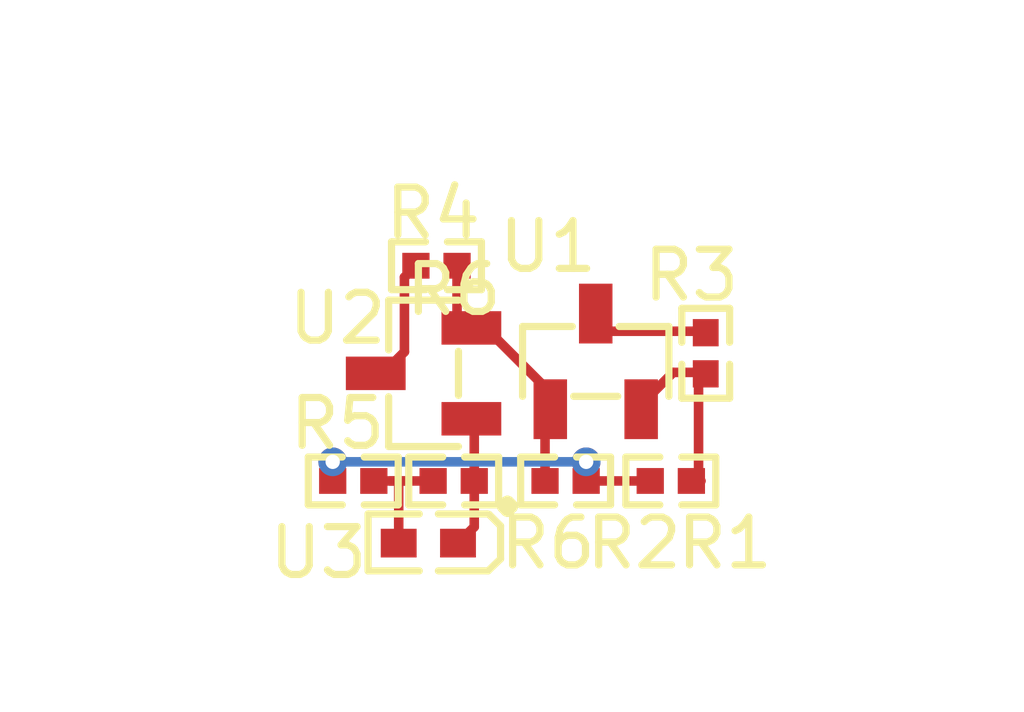
<source format=kicad_pcb>
(kicad_pcb (version 20241229) (generator "pcbnew") (generator_version "9.0")
  (layers (0 "F.Cu" signal) (2 "B.Cu" signal) (13 "F.Paste" user) (15 "B.Paste" user) (5 "F.SilkS" user "F.Silkscreen") (7 "B.SilkS" user "B.Silkscreen") (1 "F.Mask" user) (3 "B.Mask" user) (25 "Edge.Cuts" user))
  (net 0 "")
  (net 1 "gnd")
  (net 2 "A")
  (net 3 "K")
  (net 4 "REF")
  (net 5 "hv")
  (net 6 "anode")
  (net 7 "OUT")
  (footprint "atopile:LED0402-R-RD-049f90" (layer "F.Cu") (at 44.8 29.3 180)
    (property "Reference" "U3" (at 2.3 -0.2 0) (layer "F.SilkS"))
    (property "Value" "")
    (fp_line (start 1.26 0.61) (end 1.26 -0.58) (stroke (width 0.15)) (layer "F.SilkS"))
    (fp_line (start 1.26 -0.58) (end 0.19 -0.58) (stroke (width 0.15)) (layer "F.SilkS"))
    (fp_line (start 0.19 0.61) (end 1.26 0.61) (stroke (width 0.15)) (layer "F.SilkS"))
    (fp_line (start -1.23 0.61) (end -0.21 0.61) (stroke (width 0.15)) (layer "F.SilkS"))
    (fp_line (start -1.23 0.61) (end -1.27 0.6) (stroke (width 0.15)) (layer "F.SilkS"))
    (fp_line (start -1.25 -0.58) (end -0.21 -0.58) (stroke (width 0.15)) (layer "F.SilkS"))
    (fp_line (start -1.27 0.6) (end -1.51 0.36) (stroke (width 0.15)) (layer "F.SilkS"))
    (fp_line (start -1.51 0.36) (end -1.51 -0.33) (stroke (width 0.15)) (layer "F.SilkS"))
    (fp_line (start -1.51 -0.33) (end -1.25 -0.58) (stroke (width 0.15)) (layer "F.SilkS"))
    (pad "1" smd rect (at 0.62 0 180) (size 0.75 0.6) (layers "F.Cu" "F.Mask" "F.Paste") (net 6 "anode"))
    (pad "2" smd rect (at -0.62 0 180) (size 0.75 0.6) (layers "F.Cu" "F.Mask" "F.Paste") (net 7 "OUT"))
  )
  (footprint "atopile:R0402-56259e" (layer "F.Cu") (at 44.97 23.5 180)
    (property "Reference" "R4" (at 0.07 1.1 0) (layer "F.SilkS"))
    (property "Value" "10kΩ ±1% 62.5mW")
    (fp_line (start 0.94 0.5) (end 0.94 -0.5) (stroke (width 0.15)) (layer "F.SilkS"))
    (fp_line (start 0.94 -0.5) (end 0.23 -0.5) (stroke (width 0.15)) (layer "F.SilkS"))
    (fp_line (start 0.23 0.5) (end 0.94 0.5) (stroke (width 0.15)) (layer "F.SilkS"))
    (fp_line (start -0.23 0.5) (end -0.94 0.5) (stroke (width 0.15)) (layer "F.SilkS"))
    (fp_line (start -0.94 0.5) (end -0.94 -0.5) (stroke (width 0.15)) (layer "F.SilkS"))
    (fp_line (start -0.94 -0.5) (end -0.23 -0.5) (stroke (width 0.15)) (layer "F.SilkS"))
    (pad "1" smd rect (at -0.43 0 180) (size 0.57 0.54) (layers "F.Cu" "F.Mask" "F.Paste") (net 3 "K"))
    (pad "2" smd rect (at 0.43 0 180) (size 0.57 0.54) (layers "F.Cu" "F.Mask" "F.Paste") (net 1 "gnd"))
  )
  (footprint "atopile:R0402-56259e" (layer "F.Cu") (at 47.67 28 180)
    (property "Reference" "R2" (at -1.43 -1.3 0) (layer "F.SilkS"))
    (property "Value" "10kΩ ±1% 62.5mW")
    (fp_line (start 0.94 0.5) (end 0.94 -0.5) (stroke (width 0.15)) (layer "F.SilkS"))
    (fp_line (start 0.94 -0.5) (end 0.23 -0.5) (stroke (width 0.15)) (layer "F.SilkS"))
    (fp_line (start 0.23 0.5) (end 0.94 0.5) (stroke (width 0.15)) (layer "F.SilkS"))
    (fp_line (start -0.23 0.5) (end -0.94 0.5) (stroke (width 0.15)) (layer "F.SilkS"))
    (fp_line (start -0.94 0.5) (end -0.94 -0.5) (stroke (width 0.15)) (layer "F.SilkS"))
    (fp_line (start -0.94 -0.5) (end -0.23 -0.5) (stroke (width 0.15)) (layer "F.SilkS"))
    (pad "1" smd rect (at -0.43 0 180) (size 0.57 0.54) (layers "F.Cu" "F.Mask" "F.Paste") (net 5 "hv"))
    (pad "2" smd rect (at 0.43 0 180) (size 0.57 0.54) (layers "F.Cu" "F.Mask" "F.Paste") (net 3 "K"))
  )
  (footprint "atopile:R0402-56259e" (layer "F.Cu") (at 45.33 28)
    (property "Reference" "R6" (at 1.97 1.3 0) (layer "F.SilkS"))
    (property "Value" "10kΩ ±1% 62.5mW")
    (fp_line (start -0.94 -0.5) (end -0.23 -0.5) (stroke (width 0.15)) (layer "F.SilkS"))
    (fp_line (start -0.94 0.5) (end -0.94 -0.5) (stroke (width 0.15)) (layer "F.SilkS"))
    (fp_line (start -0.23 0.5) (end -0.94 0.5) (stroke (width 0.15)) (layer "F.SilkS"))
    (fp_line (start 0.23 0.5) (end 0.94 0.5) (stroke (width 0.15)) (layer "F.SilkS"))
    (fp_line (start 0.94 -0.5) (end 0.23 -0.5) (stroke (width 0.15)) (layer "F.SilkS"))
    (fp_line (start 0.94 0.5) (end 0.94 -0.5) (stroke (width 0.15)) (layer "F.SilkS"))
    (fp_text user "${REFERENCE}" (at 0 -4 0) (layer "F.SilkS"))
    (pad "1" smd rect (at -0.43 0) (size 0.57 0.54) (layers "F.Cu" "F.Mask" "F.Paste") (net 6 "anode"))
    (pad "2" smd rect (at 0.43 0) (size 0.57 0.54) (layers "F.Cu" "F.Mask" "F.Paste") (net 7 "OUT"))
  )
  (footprint "atopile:SOT-23-3_L2.9-W1.3-P1.90-LS2.4-BR-688f29" (layer "F.Cu") (at 48.3 25.5 -90)
    (property "Reference" "U1" (at -2.4 1 180) (layer "F.SilkS"))
    (property "Value" "")
    (fp_line (start -0.73 1.53) (end -0.73 0.49) (stroke (width 0.15)) (layer "F.SilkS"))
    (fp_line (start 0.73 1.53) (end -0.73 1.53) (stroke (width 0.15)) (layer "F.SilkS"))
    (fp_line (start 0.73 -0.46) (end 0.73 0.46) (stroke (width 0.15)) (layer "F.SilkS"))
    (fp_line (start -0.73 -1.53) (end -0.73 -0.49) (stroke (width 0.15)) (layer "F.SilkS"))
    (fp_line (start 0.73 -1.53) (end -0.73 -1.53) (stroke (width 0.15)) (layer "F.SilkS"))
    (pad "1" smd rect (at 1 0.95 270) (size 1.25 0.7) (layers "F.Cu" "F.Mask" "F.Paste") (net 3 "K"))
    (pad "2" smd rect (at 1 -0.95 270) (size 1.25 0.7) (layers "F.Cu" "F.Mask" "F.Paste") (net 4 "REF"))
    (pad "3" smd rect (at -1 0 270) (size 1.25 0.7) (layers "F.Cu" "F.Mask" "F.Paste") (net 2 "A"))
  )
  (footprint "atopile:R0402-56259e" (layer "F.Cu") (at 49.87 28)
    (property "Reference" "R1" (at 1.13 1.3 0) (layer "F.SilkS"))
    (property "Value" "10kΩ ±1% 62.5mW")
    (fp_line (start -0.94 -0.5) (end -0.23 -0.5) (stroke (width 0.15)) (layer "F.SilkS"))
    (fp_line (start -0.94 0.5) (end -0.94 -0.5) (stroke (width 0.15)) (layer "F.SilkS"))
    (fp_line (start -0.23 0.5) (end -0.94 0.5) (stroke (width 0.15)) (layer "F.SilkS"))
    (fp_line (start 0.23 0.5) (end 0.94 0.5) (stroke (width 0.15)) (layer "F.SilkS"))
    (fp_line (start 0.94 -0.5) (end 0.23 -0.5) (stroke (width 0.15)) (layer "F.SilkS"))
    (fp_line (start 0.94 0.5) (end 0.94 -0.5) (stroke (width 0.15)) (layer "F.SilkS"))
    (pad "1" smd rect (at -0.43 0) (size 0.57 0.54) (layers "F.Cu" "F.Mask" "F.Paste") (net 5 "hv"))
    (pad "2" smd rect (at 0.43 0) (size 0.57 0.54) (layers "F.Cu" "F.Mask" "F.Paste") (net 4 "REF"))
  )
  (footprint "atopile:R0402-56259e" (layer "F.Cu") (at 43.23 28)
    (property "Reference" "R5" (at -0.33 -1.2 0) (layer "F.SilkS"))
    (property "Value" "10kΩ ±1% 62.5mW")
    (fp_line (start -0.94 -0.5) (end -0.23 -0.5) (stroke (width 0.15)) (layer "F.SilkS"))
    (fp_line (start -0.94 0.5) (end -0.94 -0.5) (stroke (width 0.15)) (layer "F.SilkS"))
    (fp_line (start -0.23 0.5) (end -0.94 0.5) (stroke (width 0.15)) (layer "F.SilkS"))
    (fp_line (start 0.23 0.5) (end 0.94 0.5) (stroke (width 0.15)) (layer "F.SilkS"))
    (fp_line (start 0.94 -0.5) (end 0.23 -0.5) (stroke (width 0.15)) (layer "F.SilkS"))
    (fp_line (start 0.94 0.5) (end 0.94 -0.5) (stroke (width 0.15)) (layer "F.SilkS"))
    (pad "1" smd rect (at -0.43 0) (size 0.57 0.54) (layers "F.Cu" "F.Mask" "F.Paste") (net 5 "hv"))
    (pad "2" smd rect (at 0.43 0) (size 0.57 0.54) (layers "F.Cu" "F.Mask" "F.Paste") (net 6 "anode"))
  )
  (footprint "atopile:SOT-23-3_L2.9-W1.3-P1.90-LS2.4-BR-688f29" (layer "F.Cu") (at 44.7 25.75)
    (property "Reference" "U2" (at -1.8 -1.15 0) (layer "F.SilkS"))
    (property "Value" "")
    (fp_line (start -0.73 -1.53) (end -0.73 -0.49) (stroke (width 0.15)) (layer "F.SilkS"))
    (fp_line (start -0.73 1.53) (end -0.73 0.49) (stroke (width 0.15)) (layer "F.SilkS"))
    (fp_line (start 0.73 -1.53) (end -0.73 -1.53) (stroke (width 0.15)) (layer "F.SilkS"))
    (fp_line (start 0.73 -0.46) (end 0.73 0.46) (stroke (width 0.15)) (layer "F.SilkS"))
    (fp_line (start 0.73 1.53) (end -0.73 1.53) (stroke (width 0.15)) (layer "F.SilkS"))
    (pad "1" smd rect (at 1 0.95) (size 1.25 0.7) (layers "F.Cu" "F.Mask" "F.Paste") (net 7 "OUT"))
    (pad "2" smd rect (at 1 -0.95) (size 1.25 0.7) (layers "F.Cu" "F.Mask" "F.Paste") (net 3 "K"))
    (pad "3" smd rect (at -1 0) (size 1.25 0.7) (layers "F.Cu" "F.Mask" "F.Paste") (net 1 "gnd"))
  )
  (footprint "atopile:R0402-56259e" (layer "F.Cu") (at 50.6 25.33 90)
    (property "Reference" "R3" (hide yes))
    (property "Value" "10kΩ ±1% 62.5mW")
    (fp_line (start 0.94 -0.5) (end 0.23 -0.5) (stroke (width 0.15)) (layer "F.SilkS"))
    (fp_line (start -0.94 -0.5) (end -0.23 -0.5) (stroke (width 0.15)) (layer "F.SilkS"))
    (fp_line (start 0.94 0.5) (end 0.94 -0.5) (stroke (width 0.15)) (layer "F.SilkS"))
    (fp_line (start 0.23 0.5) (end 0.94 0.5) (stroke (width 0.15)) (layer "F.SilkS"))
    (fp_line (start -0.23 0.5) (end -0.94 0.5) (stroke (width 0.15)) (layer "F.SilkS"))
    (fp_line (start -0.94 0.5) (end -0.94 -0.5) (stroke (width 0.15)) (layer "F.SilkS"))
    (fp_text user "${REFERENCE}" (at 1.63 -0.3 180) (layer "F.SilkS"))
    (pad "1" smd rect (at -0.43 0 90) (size 0.57 0.54) (layers "F.Cu" "F.Mask" "F.Paste") (net 4 "REF"))
    (pad "2" smd rect (at 0.43 0 90) (size 0.57 0.54) (layers "F.Cu" "F.Mask" "F.Paste") (net 2 "A"))
  )
  (gr_text "." (at 45.9 28.8 0) (layer "F.SilkS") (effects (font (size 1.5 1.5) (thickness 0.3) (bold yes)) (justify left bottom)))
  (segment (start 43.85 25.75) (end 43.7 25.75) (width 0.2) (layer "F.Cu") (net 1))
  (segment (start 44.3 23.74) (end 44.3 25.3) (width 0.2) (layer "F.Cu") (net 1))
  (segment (start 44.3 25.3) (end 43.85 25.75) (width 0.2) (layer "F.Cu") (net 1))
  (segment (start 44.54 23.5) (end 44.3 23.74) (width 0.2) (layer "F.Cu") (net 1))
  (segment (start 50.45 24.87) (end 48.57 24.87) (width 0.2) (layer "F.Cu") (net 2))
  (segment (start 48.57 24.87) (end 48.2 24.5) (width 0.2) (layer "F.Cu") (net 2))
  (segment (start 47.24 26.51) (end 47.24 28) (width 0.2) (layer "F.Cu") (net 3))
  (segment (start 45.7 24.8) (end 46 24.8) (width 0.2) (layer "F.Cu") (net 3))
  (segment (start 45.4 23.5) (end 45.4 24.5) (width 0.2) (layer "F.Cu") (net 3))
  (segment (start 47.25 26.05) (end 47.25 26.5) (width 0.2) (layer "F.Cu") (net 3))
  (segment (start 47.25 26.5) (end 47.24 26.51) (width 0.2) (layer "F.Cu") (net 3))
  (segment (start 45.4 24.5) (end 45.7 24.8) (width 0.2) (layer "F.Cu") (net 3))
  (segment (start 46 24.8) (end 47.25 26.05) (width 0.2) (layer "F.Cu") (net 3))
  (segment (start 50.45 27.95) (end 50.45 25.73) (width 0.2) (layer "F.Cu") (net 4))
  (segment (start 50.3 28) (end 50.5 28) (width 0.2) (layer "F.Cu") (net 4))
  (segment (start 50.5 28) (end 50.45 27.95) (width 0.2) (layer "F.Cu") (net 4))
  (segment (start 50.45 25.73) (end 49.92 25.73) (width 0.2) (layer "F.Cu") (net 4))
  (segment (start 49.92 25.73) (end 49.15 26.5) (width 0.2) (layer "F.Cu") (net 4))
  (segment (start 48.1 28) (end 48.1 27.6) (width 0.2) (layer "F.Cu") (net 5))
  (segment (start 49.44 28) (end 48.1 28) (width 0.2) (layer "F.Cu") (net 5))
  (via (at 48.1 27.6) (size 0.6) (drill 0.3) (layers "F.Cu" "B.Cu") (net 5))
  (via (at 42.8 27.6) (size 0.6) (drill 0.3) (layers "F.Cu" "B.Cu") (net 5))
  (segment (start 48.1 27.6) (end 42.8 27.6) (width 0.2) (layer "B.Cu") (net 5))
  (segment (start 43.66 28) (end 44.9 28) (width 0.2) (layer "F.Cu") (net 6))
  (segment (start 44.3 28) (end 44 28) (width 0.2) (layer "F.Cu") (net 6))
  (segment (start 44.18 29.3) (end 44.18 28.12) (width 0.2) (layer "F.Cu") (net 6))
  (segment (start 45.76 26.76) (end 45.7 26.7) (width 0.2) (layer "F.Cu") (net 7))
  (segment (start 45.76 28) (end 45.76 26.76) (width 0.2) (layer "F.Cu") (net 7))
  (segment (start 45.76 28) (end 45.76 28.96) (width 0.2) (layer "F.Cu") (net 7))
  (segment (start 45.76 28.96) (end 45.42 29.3) (width 0.2) (layer "F.Cu") (net 7))
)
</source>
